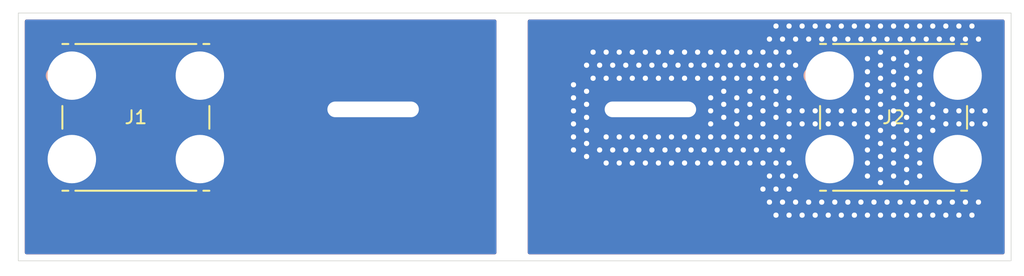
<source format=kicad_pcb>
(kicad_pcb (version 20241229) (generator "pcbnew") (generator_version "9.0")
  (layers (0 "F.Cu" signal) (2 "B.Cu" signal) (13 "F.Paste" user) (15 "B.Paste" user) (5 "F.SilkS" user "F.Silkscreen") (7 "B.SilkS" user "B.Silkscreen") (1 "F.Mask" user) (3 "B.Mask" user) (25 "Edge.Cuts" user))
  (net 0 "")
  (net 1 "Net-(J1-Pin_1)")
  (net 2 "Net-(J2-Pin_1)")
  (footprint "MyFootprints:CONN_AMT0440008TH0000G_AMP" (layer "F.Cu") (at 108.1 72.799999)
    (property "Reference" "J1" (at 4.900001 3.200001 0) (layer "F.SilkS"))
    (property "Value" "Conn_01x04_Socket")
    (fp_line (start -0.726099 2.330444) (end -0.726099 4.069559) (stroke (width 0.1524)) (layer "F.SilkS"))
    (fp_line (start -0.726099 8.826101) (end -0.268762 8.826101) (stroke (width 0.1524)) (layer "F.SilkS"))
    (fp_line (start -0.268762 -2.426099) (end -0.726099 -2.426099) (stroke (width 0.1524)) (layer "F.SilkS"))
    (fp_line (start 0.268762 8.826101) (end 9.531239 8.826101) (stroke (width 0.1524)) (layer "F.SilkS"))
    (fp_line (start 9.531239 -2.426099) (end 0.268762 -2.426099) (stroke (width 0.1524)) (layer "F.SilkS"))
    (fp_line (start 10.068763 8.826101) (end 10.526101 8.826101) (stroke (width 0.1524)) (layer "F.SilkS"))
    (fp_line (start 10.526101 -2.426099) (end 10.068763 -2.426099) (stroke (width 0.1524)) (layer "F.SilkS"))
    (fp_line (start 10.526101 4.069559) (end 10.526101 2.330444) (stroke (width 0.1524)) (layer "F.SilkS"))
    (fp_circle (center -1.361099 0) (end -0.980099 0) (stroke (width 0.508)) (fill no) (layer "B.SilkS"))
    (pad "1" thru_hole circle (at 0 0) (size 4.5 4.5) (drill 3.7084) (layers "*.Cu" "*.Mask") (net 1 "Net-(J1-Pin_1)"))
    (pad "2" thru_hole circle (at 0 6.400002) (size 4.5 4.5) (drill 3.7084) (layers "*.Cu" "*.Mask") (net 1 "Net-(J1-Pin_1)"))
    (pad "3" thru_hole circle (at 9.800001 0) (size 4.5 4.5) (drill 3.7084) (layers "*.Cu" "*.Mask") (net 1 "Net-(J1-Pin_1)"))
    (pad "4" thru_hole circle (at 9.800001 6.400002) (size 4.5 4.5) (drill 3.7084) (layers "*.Cu" "*.Mask") (net 1 "Net-(J1-Pin_1)"))
  )
  (footprint "MyFootprints:circuit_breaker" (layer "F.Cu") (at 141.786599 77.787099)
    (property "Reference" "F1" (hide yes))
    (property "Value" "Fuse" (hide yes))
    (pad "1" thru_hole roundrect (at -10.625 -2.4) (size 8 3) (drill oval 7 1.2) (layers "*.Cu" "*.Mask") (roundrect_rratio 0.15) (net 1 "Net-(J1-Pin_1)"))
    (pad "2" thru_hole roundrect (at 10.6 -2.4) (size 8 3) (drill oval 7 1.2) (layers "*.Cu" "*.Mask") (roundrect_rratio 0.15) (net 2 "Net-(J2-Pin_1)"))
  )
  (footprint "MyFootprints:CONN_AMT0440008TH0000G_AMP" (layer "F.Cu") (at 166.1 72.799999)
    (property "Reference" "J2" (at 4.900001 3.200001 0) (layer "F.SilkS"))
    (property "Value" "Conn_01x04_Socket")
    (fp_line (start -0.726099 2.330444) (end -0.726099 4.069559) (stroke (width 0.1524)) (layer "F.SilkS"))
    (fp_line (start -0.726099 8.826101) (end -0.268762 8.826101) (stroke (width 0.1524)) (layer "F.SilkS"))
    (fp_line (start -0.268762 -2.426099) (end -0.726099 -2.426099) (stroke (width 0.1524)) (layer "F.SilkS"))
    (fp_line (start 0.268762 8.826101) (end 9.531239 8.826101) (stroke (width 0.1524)) (layer "F.SilkS"))
    (fp_line (start 9.531239 -2.426099) (end 0.268762 -2.426099) (stroke (width 0.1524)) (layer "F.SilkS"))
    (fp_line (start 10.068763 8.826101) (end 10.526101 8.826101) (stroke (width 0.1524)) (layer "F.SilkS"))
    (fp_line (start 10.526101 -2.426099) (end 10.068763 -2.426099) (stroke (width 0.1524)) (layer "F.SilkS"))
    (fp_line (start 10.526101 4.069559) (end 10.526101 2.330444) (stroke (width 0.1524)) (layer "F.SilkS"))
    (fp_circle (center -1.361099 0) (end -0.980099 0) (stroke (width 0.508)) (fill no) (layer "B.SilkS"))
    (pad "1" thru_hole circle (at 0 0) (size 4.5 4.5) (drill 3.7084) (layers "*.Cu" "*.Mask") (net 2 "Net-(J2-Pin_1)"))
    (pad "2" thru_hole circle (at 0 6.400002) (size 4.5 4.5) (drill 3.7084) (layers "*.Cu" "*.Mask") (net 2 "Net-(J2-Pin_1)"))
    (pad "3" thru_hole circle (at 9.800001 0) (size 4.5 4.5) (drill 3.7084) (layers "*.Cu" "*.Mask") (net 2 "Net-(J2-Pin_1)"))
    (pad "4" thru_hole circle (at 9.800001 6.400002) (size 4.5 4.5) (drill 3.7084) (layers "*.Cu" "*.Mask") (net 2 "Net-(J2-Pin_1)"))
  )
  (gr_rect (start 104 68) (end 180 87) (stroke (width 0.05)) (fill no) (layer "Edge.Cuts"))
  (via (at 153 77.5) (size 0.8) (drill 0.4) (layers "F.Cu" "B.Cu") (net 2))
  (via (at 163 71) (size 0.8) (drill 0.4) (layers "F.Cu" "B.Cu") (net 2))
  (via (at 160 79.5) (size 0.8) (drill 0.4) (layers "F.Cu" "B.Cu") (net 2))
  (via (at 164.5 82.5) (size 0.8) (drill 0.4) (layers "F.Cu" "B.Cu") (net 2))
  (via (at 149 73) (size 0.8) (drill 0.4) (layers "F.Cu" "B.Cu") (net 2))
  (via (at 172.5 70) (size 0.8) (drill 0.4) (layers "F.Cu" "B.Cu") (net 2))
  (via (at 173 77.5) (size 0.8) (drill 0.4) (layers "F.Cu" "B.Cu") (net 2))
  (via (at 174.5 82.5) (size 0.8) (drill 0.4) (layers "F.Cu" "B.Cu") (net 2))
  (via (at 167 75.5) (size 0.8) (drill 0.4) (layers "F.Cu" "B.Cu") (net 2))
  (via (at 172.5 82.5) (size 0.8) (drill 0.4) (layers "F.Cu" "B.Cu") (net 2))
  (via (at 155 79.5) (size 0.8) (drill 0.4) (layers "F.Cu" "B.Cu") (net 2))
  (via (at 147.5 76) (size 0.8) (drill 0.4) (layers "F.Cu" "B.Cu") (net 2))
  (via (at 146.5 73.5) (size 0.8) (drill 0.4) (layers "F.Cu" "B.Cu") (net 2))
  (via (at 172 73) (size 0.8) (drill 0.4) (layers "F.Cu" "B.Cu") (net 2))
  (via (at 172 83.5) (size 0.8) (drill 0.4) (layers "F.Cu" "B.Cu") (net 2))
  (via (at 161.5 80.5) (size 0.8) (drill 0.4) (layers "F.Cu" "B.Cu") (net 2))
  (via (at 162 79.5) (size 0.8) (drill 0.4) (layers "F.Cu" "B.Cu") (net 2))
  (via (at 151 77.5) (size 0.8) (drill 0.4) (layers "F.Cu" "B.Cu") (net 2))
  (via (at 151 79.5) (size 0.8) (drill 0.4) (layers "F.Cu" "B.Cu") (net 2))
  (via (at 154 79.5) (size 0.8) (drill 0.4) (layers "F.Cu" "B.Cu") (net 2))
  (via (at 170 79) (size 0.8) (drill 0.4) (layers "F.Cu" "B.Cu") (net 2))
  (via (at 168.5 82.5) (size 0.8) (drill 0.4) (layers "F.Cu" "B.Cu") (net 2))
  (via (at 173 71.5) (size 0.8) (drill 0.4) (layers "F.Cu" "B.Cu") (net 2))
  (via (at 162 73) (size 0.8) (drill 0.4) (layers "F.Cu" "B.Cu") (net 2))
  (via (at 150 71) (size 0.8) (drill 0.4) (layers "F.Cu" "B.Cu") (net 2))
  (via (at 173.5 70) (size 0.8) (drill 0.4) (layers "F.Cu" "B.Cu") (net 2))
  (via (at 146.5 77.5) (size 0.8) (drill 0.4) (layers "F.Cu" "B.Cu") (net 2))
  (via (at 173 78.5) (size 0.8) (drill 0.4) (layers "F.Cu" "B.Cu") (net 2))
  (via (at 175.5 70) (size 0.8) (drill 0.4) (layers "F.Cu" "B.Cu") (net 2))
  (via (at 165 75.5) (size 0.8) (drill 0.4) (layers "F.Cu" "B.Cu") (net 2))
  (via (at 165 69) (size 0.8) (drill 0.4) (layers "F.Cu" "B.Cu") (net 2))
  (via (at 148.5 72) (size 0.8) (drill 0.4) (layers "F.Cu" "B.Cu") (net 2))
  (via (at 154 77.5) (size 0.8) (drill 0.4) (layers "F.Cu" "B.Cu") (net 2))
  (via (at 162.5 82.5) (size 0.8) (drill 0.4) (layers "F.Cu" "B.Cu") (net 2))
  (via (at 169.5 82.5) (size 0.8) (drill 0.4) (layers "F.Cu" "B.Cu") (net 2))
  (via (at 153.5 72) (size 0.8) (drill 0.4) (layers "F.Cu" "B.Cu") (net 2))
  (via (at 173 83.5) (size 0.8) (drill 0.4) (layers "F.Cu" "B.Cu") (net 2))
  (via (at 173 73.5) (size 0.8) (drill 0.4) (layers "F.Cu" "B.Cu") (net 2))
  (via (at 159.5 78.5) (size 0.8) (drill 0.4) (layers "F.Cu" "B.Cu") (net 2))
  (via (at 147.5 78) (size 0.8) (drill 0.4) (layers "F.Cu" "B.Cu") (net 2))
  (via (at 162.5 72) (size 0.8) (drill 0.4) (layers "F.Cu" "B.Cu") (net 2))
  (via (at 154 73) (size 0.8) (drill 0.4) (layers "F.Cu" "B.Cu") (net 2))
  (via (at 169 74.5) (size 0.8) (drill 0.4) (layers "F.Cu" "B.Cu") (net 2))
  (via (at 158 71) (size 0.8) (drill 0.4) (layers "F.Cu" "B.Cu") (net 2))
  (via (at 157 73) (size 0.8) (drill 0.4) (layers "F.Cu" "B.Cu") (net 2))
  (via (at 147.5 72) (size 0.8) (drill 0.4) (layers "F.Cu" "B.Cu") (net 2))
  (via (at 173 75.5) (size 0.8) (drill 0.4) (layers "F.Cu" "B.Cu") (net 2))
  (via (at 147.5 75) (size 0.8) (drill 0.4) (layers "F.Cu" "B.Cu") (net 2))
  (via (at 152.5 78.5) (size 0.8) (drill 0.4) (layers "F.Cu" "B.Cu") (net 2))
  (via (at 157 79.5) (size 0.8) (drill 0.4) (layers "F.Cu" "B.Cu") (net 2))
  (via (at 161.5 70) (size 0.8) (drill 0.4) (layers "F.Cu" "B.Cu") (net 2))
  (via (at 170 83.5) (size 0.8) (drill 0.4) (layers "F.Cu" "B.Cu") (net 2))
  (via (at 152 71) (size 0.8) (drill 0.4) (layers "F.Cu" "B.Cu") (net 2))
  (via (at 175.5 82.5) (size 0.8) (drill 0.4) (layers "F.Cu" "B.Cu") (net 2))
  (via (at 161.5 78.5) (size 0.8) (drill 0.4) (layers "F.Cu" "B.Cu") (net 2))
  (via (at 171 75.5) (size 0.8) (drill 0.4) (layers "F.Cu" "B.Cu") (net 2))
  (via (at 160.5 72) (size 0.8) (drill 0.4) (layers "F.Cu" "B.Cu") (net 2))
  (via (at 146.5 76.5) (size 0.8) (drill 0.4) (layers "F.Cu" "B.Cu") (net 2))
  (via (at 171.5 70) (size 0.8) (drill 0.4) (layers "F.Cu" "B.Cu") (net 2))
  (via (at 163 83.5) (size 0.8) (drill 0.4) (layers "F.Cu" "B.Cu") (net 2))
  (via (at 172 71) (size 0.8) (drill 0.4) (layers "F.Cu" "B.Cu") (net 2))
  (via (at 162 74) (size 0.8) (drill 0.4) (layers "F.Cu" "B.Cu") (net 2))
  (via (at 157 75.5) (size 0.8) (drill 0.4) (layers "F.Cu" "B.Cu") (net 2))
  (via (at 163 76.5) (size 0.8) (drill 0.4) (layers "F.Cu" "B.Cu") (net 2))
  (via (at 172 76) (size 0.8) (drill 0.4) (layers "F.Cu" "B.Cu") (net 2))
  (via (at 161 77.5) (size 0.8) (drill 0.4) (layers "F.Cu" "B.Cu") (net 2))
  (via (at 176 75.5) (size 0.8) (drill 0.4) (layers "F.Cu" "B.Cu") (net 2))
  (via (at 158.5 78.5) (size 0.8) (drill 0.4) (layers "F.Cu" "B.Cu") (net 2))
  (via (at 173 74.5) (size 0.8) (drill 0.4) (layers "F.Cu" "B.Cu") (net 2))
  (via (at 160 71) (size 0.8) (drill 0.4) (layers "F.Cu" "B.Cu") (net 2))
  (via (at 157.5 72) (size 0.8) (drill 0.4) (layers "F.Cu" "B.Cu") (net 2))
  (via (at 171 73.5) (size 0.8) (drill 0.4) (layers "F.Cu" "B.Cu") (net 2))
  (via (at 166.5 82.5) (size 0.8) (drill 0.4) (layers "F.Cu" "B.Cu") (net 2))
  (via (at 163.5 80.5) (size 0.8) (drill 0.4) (layers "F.Cu" "B.Cu") (net 2))
  (via (at 177 75.5) (size 0.8) (drill 0.4) (layers "F.Cu" "B.Cu") (net 2))
  (via (at 150 77.5) (size 0.8) (drill 0.4) (layers "F.Cu" "B.Cu") (net 2))
  (via (at 153.5 78.5) (size 0.8) (drill 0.4) (layers "F.Cu" "B.Cu") (net 2))
  (via (at 162 81.5) (size 0.8) (drill 0.4) (layers "F.Cu" "B.Cu") (net 2))
  (via (at 163 81.5) (size 0.8) (drill 0.4) (layers "F.Cu" "B.Cu") (net 2))
  (via (at 156.5 78.5) (size 0.8) (drill 0.4) (layers "F.Cu" "B.Cu") (net 2))
  (via (at 170 80) (size 0.8) (drill 0.4) (layers "F.Cu" "B.Cu") (net 2))
  (via (at 150 73) (size 0.8) (drill 0.4) (layers "F.Cu" "B.Cu") (net 2))
  (via (at 175 75.5) (size 0.8) (drill 0.4) (layers "F.Cu" "B.Cu") (net 2))
  (via (at 165 83.5) (size 0.8) (drill 0.4) (layers "F.Cu" "B.Cu") (net 2))
  (via (at 152 79.5) (size 0.8) (drill 0.4) (layers "F.Cu" "B.Cu") (net 2))
  (via (at 157 77.5) (size 0.8) (drill 0.4) (layers "F.Cu" "B.Cu") (net 2))
  (via (at 159 77.5) (size 0.8) (drill 0.4) (layers "F.Cu" "B.Cu") (net 2))
  (via (at 172 77) (size 0.8) (drill 0.4) (layers "F.Cu" "B.Cu") (net 2))
  (via (at 171 69) (size 0.8) (drill 0.4) (layers "F.Cu" "B.Cu") (net 2))
  (via (at 177 76.5) (size 0.8) (drill 0.4) (layers "F.Cu" "B.Cu") (net 2))
  (via (at 153 73) (size 0.8) (drill 0.4) (layers "F.Cu" "B.Cu") (net 2))
  (via (at 161 79.5) (size 0.8) (drill 0.4) (layers "F.Cu" "B.Cu") (net 2))
  (via (at 155.5 78.5) (size 0.8) (drill 0.4) (layers "F.Cu" "B.Cu") (net 2))
  (via (at 174.5 70) (size 0.8) (drill 0.4) (layers "F.Cu" "B.Cu") (net 2))
  (via (at 174 76) (size 0.8) (drill 0.4) (layers "F.Cu" "B.Cu") (net 2))
  (via (at 160 75) (size 0.8) (drill 0.4) (layers "F.Cu" "B.Cu") (net 2))
  (via (at 171 79.5) (size 0.8) (drill 0.4) (layers "F.Cu" "B.Cu") (net 2))
  (via (at 170 74) (size 0.8) (drill 0.4) (layers "F.Cu" "B.Cu") (net 2))
  (via (at 152 77.5) (size 0.8) (drill 0.4) (layers "F.Cu" "B.Cu") (net 2))
  (via (at 172 78) (size 0.8) (drill 0.4) (layers "F.Cu" "B.Cu") (net 2))
  (via (at 156 71) (size 0.8) (drill 0.4) (layers "F.Cu" "B.Cu") (net 2))
  (via (at 166 76.5) (size 0.8) (drill 0.4) (layers "F.Cu" "B.Cu") (net 2))
  (via (at 172 81) (size 0.8) (drill 0.4) (layers "F.Cu" "B.Cu") (net 2))
  (via (at 162 77.5) (size 0.8) (drill 0.4) (layers "F.Cu" "B.Cu") (net 2))
  (via (at 158.5 72) (size 0.8) (drill 0.4) (layers "F.Cu" "B.Cu") (net 2))
  (via (at 164.5 70) (size 0.8) (drill 0.4) (layers "F.Cu" "B.Cu") (net 2))
  (via (at 171 83.5) (size 0.8) (drill 0.4) (layers "F.Cu" "B.Cu") (net 2))
  (via (at 172 74) (size 0.8) (drill 0.4) (layers "F.Cu" "B.Cu") (net 2))
  (via (at 177 83.5) (size 0.8) (drill 0.4) (layers "F.Cu" "B.Cu") (net 2))
  (via (at 159 73) (size 0.8) (drill 0.4) (layers "F.Cu" "B.Cu") (net 2))
  (via (at 152 73) (size 0.8) (drill 0.4) (layers "F.Cu" "B.Cu") (net 2))
  (via (at 163 69) (size 0.8) (drill 0.4) (layers "F.Cu" "B.Cu") (net 2))
  (via (at 178 75.5) (size 0.8) (drill 0.4) (layers "F.Cu" "B.Cu") (net 2))
  (via (at 159 75.5) (size 0.8) (drill 0.4) (layers "F.Cu" "B.Cu") (net 2))
  (via (at 170 78) (size 0.8) (drill 0.4) (layers "F.Cu" "B.Cu") (net 2))
  (via (at 171 80.5) (size 0.8) (drill 0.4) (layers "F.Cu" "B.Cu") (net 2))
  (via (at 173.5 82.5) (size 0.8) (drill 0.4) (layers "F.Cu" "B.Cu") (net 2))
  (via (at 157 74.5) (size 0.8) (drill 0.4) (layers "F.Cu" "B.Cu") (net 2))
  (via (at 160 73) (size 0.8) (drill 0.4) (layers "F.Cu" "B.Cu") (net 2))
  (via (at 171 76.5) (size 0.8) (drill 0.4) (layers "F.Cu" "B.Cu") (net 2))
  (via (at 163.5 72) (size 0.8) (drill 0.4) (layers "F.Cu" "B.Cu") (net 2))
  (via (at 164 69) (size 0.8) (drill 0.4) (layers "F.Cu" "B.Cu") (net 2))
  (via (at 176.5 70) (size 0.8) (drill 0.4) (layers "F.Cu" "B.Cu") (net 2))
  (via (at 176.5 82.5) (size 0.8) (drill 0.4) (layers "F.Cu" "B.Cu") (net 2))
  (via (at 176 69) (size 0.8) (drill 0.4) (layers "F.Cu" "B.Cu") (net 2))
  (via (at 161 75.5) (size 0.8) (drill 0.4) (layers "F.Cu" "B.Cu") (net 2))
  (via (at 172 80) (size 0.8) (drill 0.4) (layers "F.Cu" "B.Cu") (net 2))
  (via (at 148 73) (size 0.8) (drill 0.4) (layers "F.Cu" "B.Cu") (net 2))
  (via (at 170.5 70) (size 0.8) (drill 0.4) (layers "F.Cu" "B.Cu") (net 2))
  (via (at 155 77.5) (size 0.8) (drill 0.4) (layers "F.Cu" "B.Cu") (net 2))
  (via (at 169 83.5) (size 0.8) (drill 0.4) (layers "F.Cu" "B.Cu") (net 2))
  (via (at 177.5 70) (size 0.8) (drill 0.4) (layers "F.Cu" "B.Cu") (net 2))
  (via (at 167.5 82.5) (size 0.8) (drill 0.4) (layers "F.Cu" "B.Cu") (net 2))
  (via (at 157 71) (size 0.8) (drill 0.4) (layers "F.Cu" "B.Cu") (net 2))
  (via (at 169 77.5) (size 0.8) (drill 0.4) (layers "F.Cu" "B.Cu") (net 2))
  (via (at 162.5 78.5) (size 0.8) (drill 0.4) (layers "F.Cu" "B.Cu") (net 2))
  (via (at 162.5 70) (size 0.8) (drill 0.4) (layers "F.Cu" "B.Cu") (net 2))
  (via (at 176 76.5) (size 0.8) (drill 0.4) (layers "F.Cu" "B.Cu") (net 2))
  (via (at 175 69) (size 0.8) (drill 0.4) (layers "F.Cu" "B.Cu") (net 2))
  (via (at 158 76) (size 0.8) (drill 0.4) (layers "F.Cu" "B.Cu") (net 2))
  (via (at 147.5 77) (size 0.8) (drill 0.4) (layers "F.Cu" "B.Cu") (net 2))
  (via (at 151.5 78.5) (size 0.8) (drill 0.4) (layers "F.Cu" "B.Cu") (net 2))
  (via (at 156 73) (size 0.8) (drill 0.4) (layers "F.Cu" "B.Cu") (net 2))
  (via (at 150 79.5) (size 0.8) (drill 0.4) (layers "F.Cu" "B.Cu") (net 2))
  (via (at 172 72) (size 0.8) (drill 0.4) (layers "F.Cu" "B.Cu") (net 2))
  (via (at 173 79.5) (size 0.8) (drill 0.4) (layers "F.Cu" "B.Cu") (net 2))
  (via (at 159.5 72) (size 0.8) (drill 0.4) (layers "F.Cu" "B.Cu") (net 2))
  (via (at 165.5 82.5) (size 0.8) (drill 0.4) (layers "F.Cu" "B.Cu") (net 2))
  (via (at 161 76.5) (size 0.8) (drill 0.4) (layers "F.Cu" "B.Cu") (net 2))
  (via (at 155.5 72) (size 0.8) (drill 0.4) (layers "F.Cu" "B.Cu") (net 2))
  (via (at 161 81.5) (size 0.8) (drill 0.4) (layers "F.Cu" "B.Cu") (net 2))
  (via (at 159 74.5) (size 0.8) (drill 0.4) (layers "F.Cu" "B.Cu") (net 2))
  (via (at 169 79.5) (size 0.8) (drill 0.4) (layers "F.Cu" "B.Cu") (net 2))
  (via (at 172 75) (size 0.8) (drill 0.4) (layers "F.Cu" "B.Cu") (net 2))
  (via (at 155 73) (size 0.8) (drill 0.4) (layers "F.Cu" "B.Cu") (net 2))
  (via (at 153 79.5) (size 0.8) (drill 0.4) (layers "F.Cu" "B.Cu") (net 2))
  (via (at 170 69) (size 0.8) (drill 0.4) (layers "F.Cu" "B.Cu") (net 2))
  (via (at 177.5 82.5) (size 0.8) (drill 0.4) (layers "F.Cu" "B.Cu") (net 2))
  (via (at 157.5 78.5) (size 0.8) (drill 0.4) (layers "F.Cu" "B.Cu") (net 2))
  (via (at 164 75.5) (size 0.8) (drill 0.4) (layers "F.Cu" "B.Cu") (net 2))
  (via (at 171 71.5) (size 0.8) (drill 0.4) (layers "F.Cu" "B.Cu") (net 2))
  (via (at 159 71) (size 0.8) (drill 0.4) (layers "F.Cu" "B.Cu") (net 2))
  (via (at 172 69) (size 0.8) (drill 0.4) (layers "F.Cu" "B.Cu") (net 2))
  (via (at 148 71) (size 0.8) (drill 0.4) (layers "F.Cu" "B.Cu") (net 2))
  (via (at 163 73) (size 0.8) (drill 0.4) (layers "F.Cu" "B.Cu") (net 2))
  (via (at 158 77.5) (size 0.8) (drill 0.4) (layers "F.Cu" "B.Cu") (net 2))
  (via (at 159 76.5) (size 0.8) (drill 0.4) (layers "F.Cu" "B.Cu") (net 2))
  (via (at 156 77.5) (size 0.8) (drill 0.4) (layers "F.Cu" "B.Cu") (net 2))
  (via (at 167 69) (size 0.8) (drill 0.4) (layers "F.Cu" "B.Cu") (net 2))
  (via (at 169 71.5) (size 0.8) (drill 0.4) (layers "F.Cu" "B.Cu") (net 2))
  (via (at 169 73.5) (size 0.8) (drill 0.4) (layers "F.Cu" "B.Cu") (net 2))
  (via (at 174 83.5) (size 0.8) (drill 0.4) (layers "F.Cu" "B.Cu") (net 2))
  (via (at 167 76.5) (size 0.8) (drill 0.4) (layers "F.Cu" "B.Cu") (net 2))
  (via (at 170 71) (size 0.8) (drill 0.4) (layers "F.Cu" "B.Cu") (net 2))
  (via (at 166 69) (size 0.8) (drill 0.4) (layers "F.Cu" "B.Cu") (net 2))
  (via (at 158 79.5) (size 0.8) (drill 0.4) (layers "F.Cu" "B.Cu") (net 2))
  (via (at 170 75) (size 0.8) (drill 0.4) (layers "F.Cu" "B.Cu") (net 2))
  (via (at 149 77.5) (size 0.8) (drill 0.4) (layers "F.Cu" "B.Cu") (net 2))
  (via (at 156 79.5) (size 0.8) (drill 0.4) (layers "F.Cu" "B.Cu") (net 2))
  (via (at 155 71) (size 0.8) (drill 0.4) (layers "F.Cu" "B.Cu") (net 2))
  (via (at 149 71) (size 0.8) (drill 0.4) (layers "F.Cu" "B.Cu") (net 2))
  (via (at 160 74) (size 0.8) (drill 0.4) (layers "F.Cu" "B.Cu") (net 2))
  (via (at 162 83.5) (size 0.8) (drill 0.4) (layers "F.Cu" "B.Cu") (net 2))
  (via (at 171 77.5) (size 0.8) (drill 0.4) (layers "F.Cu" "B.Cu") (net 2))
  (via (at 174 77) (size 0.8) (drill 0.4) (layers "F.Cu" "B.Cu") (net 2))
  (via (at 150.5 72) (size 0.8) (drill 0.4) (layers "F.Cu" "B.Cu") (net 2))
  (via (at 173 72.5) (size 0.8) (drill 0.4) (layers "F.Cu" "B.Cu") (net 2))
  (via (at 161.5 82.5) (size 0.8) (drill 0.4) (layers "F.Cu" "B.Cu") (net 2))
  (via (at 170.5 82.5) (size 0.8) (drill 0.4) (layers "F.Cu" "B.Cu") (net 2))
  (via (at 162 75) (size 0.8) (drill 0.4) (layers "F.Cu" "B.Cu") (net 2))
  (via (at 165.5 70) (size 0.8) (drill 0.4) (layers "F.Cu" "B.Cu") (net 2))
  (via (at 167.5 70) (size 0.8) (drill 0.4) (layers "F.Cu" "B.Cu") (net 2))
  (via (at 170 81) (size 0.8) (drill 0.4) (layers "F.Cu" "B.Cu") (net 2))
  (via (at 147.5 79) (size 0.8) (drill 0.4) (layers "F.Cu" "B.Cu") (net 2))
  (via (at 158 74) (size 0.8) (drill 0.4) (layers "F.Cu" "B.Cu") (net 2))
  (via (at 161 73) (size 0.8) (drill 0.4) (layers "F.Cu" "B.Cu") (net 2))
  (via (at 163.5 82.5) (size 0.8) (drill 0.4) (layers "F.Cu" "B.Cu") (net 2))
  (via (at 168 75.5) (size 0.8) (drill 0.4) (layers "F.Cu" "B.Cu") (net 2))
  (via (at 162 76) (size 0.8) (drill 0.4) (layers "F.Cu" "B.Cu") (net 2))
  (via (at 171 74.5) (size 0.8) (drill 0.4) (layers "F.Cu" "B.Cu") (net 2))
  (via (at 170 77) (size 0.8) (drill 0.4) (layers "F.Cu" "B.Cu") (net 2))
  (via (at 149.5 72) (size 0.8) (drill 0.4) (layers "F.Cu" "B.Cu") (net 2))
  (via (at 168.5 70) (size 0.8) (drill 0.4) (layers "F.Cu" "B.Cu") (net 2))
  (via (at 166 75.5) (size 0.8) (drill 0.4) (layers "F.Cu" "B.Cu") (net 2))
  (via (at 177 69) (size 0.8) (drill 0.4) (layers "F.Cu" "B.Cu") (net 2))
  (via (at 146.5 74.5) (size 0.8) (drill 0.4) (layers "F.Cu" "B.Cu") (net 2))
  (via (at 171.5 82.5) (size 0.8) (drill 0.4) (layers "F.Cu" "B.Cu") (net 2))
  (via (at 169.5 70) (size 0.8) (drill 0.4) (layers "F.Cu" "B.Cu") (net 2))
  (via (at 171 78.5) (size 0.8) (drill 0.4) (layers "F.Cu" "B.Cu") (net 2))
  (via (at 170 72) (size 0.8) (drill 0.4) (layers "F.Cu" "B.Cu") (net 2))
  (via (at 159 79.5) (size 0.8) (drill 0.4) (layers "F.Cu" "B.Cu") (net 2))
  (via (at 149 79.5) (size 0.8) (drill 0.4) (layers "F.Cu" "B.Cu") (net 2))
  (via (at 160 77.5) (size 0.8) (drill 0.4) (layers "F.Cu" "B.Cu") (net 2))
  (via (at 163 79.5) (size 0.8) (drill 0.4) (layers "F.Cu" "B.Cu") (net 2))
  (via (at 165 76.5) (size 0.8) (drill 0.4) (layers "F.Cu" "B.Cu") (net 2))
  (via (at 176 83.5) (size 0.8) (drill 0.4) (layers "F.Cu" "B.Cu") (net 2))
  (via (at 151 71) (size 0.8) (drill 0.4) (layers "F.Cu" "B.Cu") (net 2))
  (via (at 162 71) (size 0.8) (drill 0.4) (layers "F.Cu" "B.Cu") (net 2))
  (via (at 167 83.5) (size 0.8) (drill 0.4) (layers "F.Cu" "B.Cu") (net 2))
  (via (at 175 83.5) (size 0.8) (drill 0.4) (layers "F.Cu" "B.Cu") (net 2))
  (via (at 158 73) (size 0.8) (drill 0.4) (layers "F.Cu" "B.Cu") (net 2))
  (via (at 163 77.5) (size 0.8) (drill 0.4) (layers "F.Cu" "B.Cu") (net 2))
  (via (at 162.5 80.5) (size 0.8) (drill 0.4) (layers "F.Cu" "B.Cu") (net 2))
  (via (at 173 69) (size 0.8) (drill 0.4) (layers "F.Cu" "B.Cu") (net 2))
  (via (at 168 76.5) (size 0.8) (drill 0.4) (layers "F.Cu" "B.Cu") (net 2))
  (via (at 146.5 75.5) (size 0.8) (drill 0.4) (layers "F.Cu" "B.Cu") (net 2))
  (via (at 153 71) (size 0.8) (drill 0.4) (layers "F.Cu" "B.Cu") (net 2))
  (via (at 166 83.5) (size 0.8) (drill 0.4) (layers "F.Cu" "B.Cu") (net 2))
  (via (at 152.5 72) (size 0.8) (drill 0.4) (layers "F.Cu" "B.Cu") (net 2))
  (via (at 161 71) (size 0.8) (drill 0.4) (layers "F.Cu" "B.Cu") (net 2))
  (via (at 154 71) (size 0.8) (drill 0.4) (layers "F.Cu" "B.Cu") (net 2))
  (via (at 147.5 74) (size 0.8) (drill 0.4) (layers "F.Cu" "B.Cu") (net 2))
  (via (at 174 75) (size 0.8) (drill 0.4) (layers "F.Cu" "B.Cu") (net 2))
  (via (at 161 74.5) (size 0.8) (drill 0.4) (layers "F.Cu" "B.Cu") (net 2))
  (via (at 163 74.5) (size 0.8) (drill 0.4) (layers "F.Cu" "B.Cu") (net 2))
  (via (at 164 83.5) (size 0.8) (drill 0.4) (layers "F.Cu" "B.Cu") (net 2))
  (via (at 172 79) (size 0.8) (drill 0.4) (layers "F.Cu" "B.Cu") (net 2))
  (via (at 169 80.5) (size 0.8) (drill 0.4) (layers "F.Cu" "B.Cu") (net 2))
  (via (at 169 75.5) (size 0.8) (drill 0.4) (layers "F.Cu" "B.Cu") (net 2))
  (via (at 169 76.5) (size 0.8) (drill 0.4) (layers "F.Cu" "B.Cu") (net 2))
  (via (at 168 83.5) (size 0.8) (drill 0.4) (layers "F.Cu" "B.Cu") (net 2))
  (via (at 169 78.5) (size 0.8) (drill 0.4) (layers "F.Cu" "B.Cu") (net 2))
  (via (at 160.5 78.5) (size 0.8) (drill 0.4) (layers "F.Cu" "B.Cu") (net 2))
  (via (at 169 72.5) (size 0.8) (drill 0.4) (layers "F.Cu" "B.Cu") (net 2))
  (via (at 163 75.5) (size 0.8) (drill 0.4) (layers "F.Cu" "B.Cu") (net 2))
  (via (at 148.5 78.5) (size 0.8) (drill 0.4) (layers "F.Cu" "B.Cu") (net 2))
  (via (at 154.5 72) (size 0.8) (drill 0.4) (layers "F.Cu" "B.Cu") (net 2))
  (via (at 174 69) (size 0.8) (drill 0.4) (layers "F.Cu" "B.Cu") (net 2))
  (via (at 146.5 78.5) (size 0.8) (drill 0.4) (layers "F.Cu" "B.Cu") (net 2))
  (via (at 170 73) (size 0.8) (drill 0.4) (layers "F.Cu" "B.Cu") (net 2))
  (via (at 150.5 78.5) (size 0.8) (drill 0.4) (layers "F.Cu" "B.Cu") (net 2))
  (via (at 161.5 72) (size 0.8) (drill 0.4) (layers "F.Cu" "B.Cu") (net 2))
  (via (at 173 80.5) (size 0.8) (drill 0.4) (layers "F.Cu" "B.Cu") (net 2))
  (via (at 162 69) (size 0.8) (drill 0.4) (layers "F.Cu" "B.Cu") (net 2))
  (via (at 151.5 72) (size 0.8) (drill 0.4) (layers "F.Cu" "B.Cu") (net 2))
  (via (at 157 76.5) (size 0.8) (drill 0.4) (layers "F.Cu" "B.Cu") (net 2))
  (via (at 151 73) (size 0.8) (drill 0.4) (layers "F.Cu" "B.Cu") (net 2))
  (via (at 156.5 72) (size 0.8) (drill 0.4) (layers "F.Cu" "B.Cu") (net 2))
  (via (at 169 69) (size 0.8) (drill 0.4) (layers "F.Cu" "B.Cu") (net 2))
  (via (at 170 76) (size 0.8) (drill 0.4) (layers "F.Cu" "B.Cu") (net 2))
  (via (at 178 76.5) (size 0.8) (drill 0.4) (layers "F.Cu" "B.Cu") (net 2))
  (via (at 173 76.5) (size 0.8) (drill 0.4) (layers "F.Cu" "B.Cu") (net 2))
  (via (at 166.5 70) (size 0.8) (drill 0.4) (layers "F.Cu" "B.Cu") (net 2))
  (via (at 168 69) (size 0.8) (drill 0.4) (layers "F.Cu" "B.Cu") (net 2))
  (via (at 171 72.5) (size 0.8) (drill 0.4) (layers "F.Cu" "B.Cu") (net 2))
  (via (at 160 76) (size 0.8) (drill 0.4) (layers "F.Cu" "B.Cu") (net 2))
  (via (at 149.5 78.5) (size 0.8) (drill 0.4) (layers "F.Cu" "B.Cu") (net 2))
  (via (at 154.5 78.5) (size 0.8) (drill 0.4) (layers "F.Cu" "B.Cu") (net 2))
  (via (at 163.5 70) (size 0.8) (drill 0.4) (layers "F.Cu" "B.Cu") (net 2))
  (via (at 175 76.5) (size 0.8) (drill 0.4) (layers "F.Cu" "B.Cu") (net 2))
  (via (at 158 75) (size 0.8) (drill 0.4) (layers "F.Cu" "B.Cu") (net 2))
  (via (at 164 76.5) (size 0.8) (drill 0.4) (layers "F.Cu" "B.Cu") (net 2))
  (zone (net 1) (net_name "Net-(J1-Pin_1)") (layers "F.Cu" "B.Cu") (priority 1) (connect_pads yes (clearance 0.5)) (min_thickness 0.25) (fill yes (thermal_gap 0.5) (thermal_bridge_width 0.5))
    (polygon (pts (xy 140.6 67.200001) (xy 102.6 67.200001) (xy 102.6 88.200001) (xy 140.6 88.200001)))
  )
  (zone (net 2) (net_name "Net-(J2-Pin_1)") (layers "F.Cu" "B.Cu") (priority 1) (connect_pads yes (clearance 0.5)) (min_thickness 0.25) (fill yes (thermal_gap 0.5) (thermal_bridge_width 0.5))
    (polygon (pts (xy 143 67) (xy 181 67) (xy 181 88) (xy 143 88)))
  )
)
</source>
